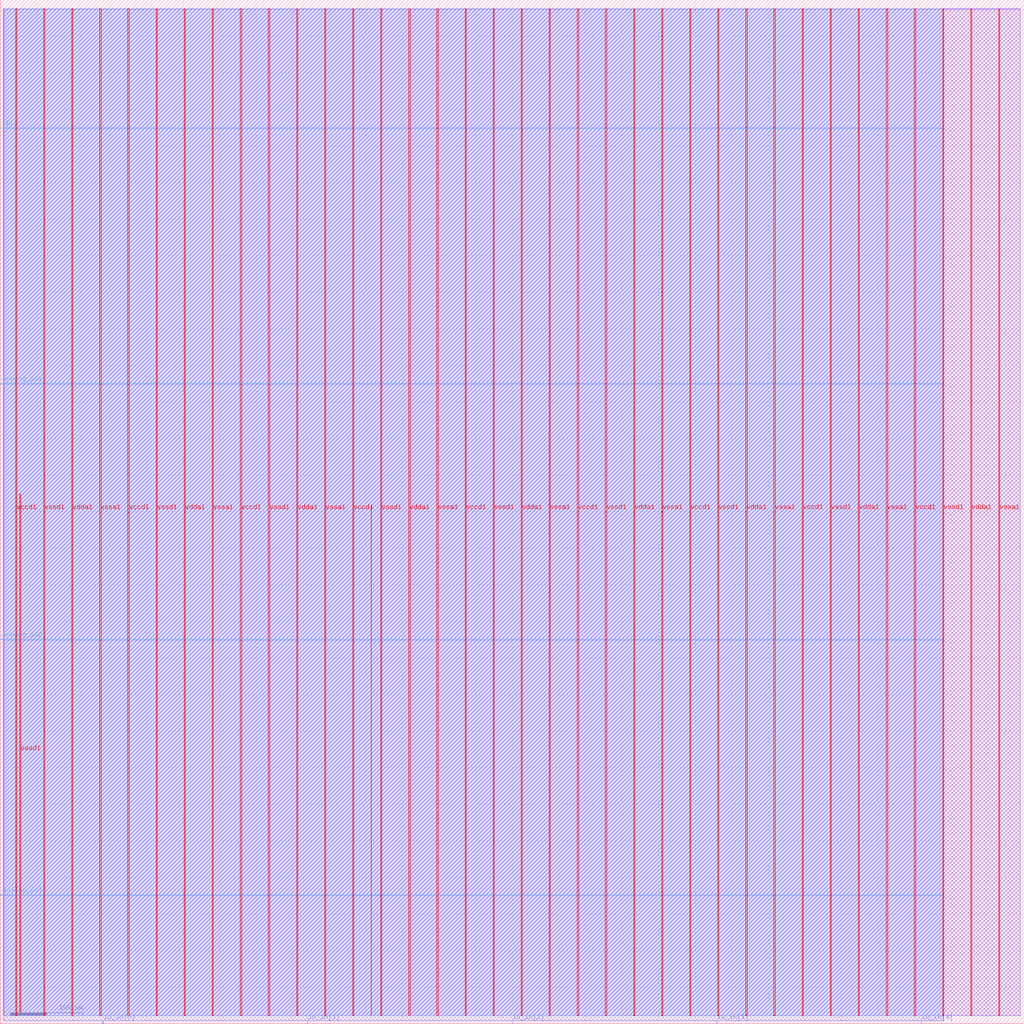
<source format=lef>
VERSION 5.7 ;
  NOWIREEXTENSIONATPIN ON ;
  DIVIDERCHAR "/" ;
  BUSBITCHARS "[]" ;
MACRO user_proj_example
  CLASS BLOCK ;
  FOREIGN user_proj_example ;
  ORIGIN 0.000 0.000 ;
  SIZE 1400.000 BY 1400.000 ;
  PIN SEL2
    DIRECTION INOUT ;
    USE SIGNAL ;
    ANTENNADIFFAREA 0.434700 ;
    PORT
      LAYER met3 ;
        RECT 0.000 1224.040 4.000 1224.640 ;
    END
  END SEL2
  PIN analog_io1
    DIRECTION INPUT ;
    USE SIGNAL ;
    ANTENNAGATEAREA 0.247500 ;
    PORT
      LAYER met3 ;
        RECT 0.000 874.520 4.000 875.120 ;
    END
  END analog_io1
  PIN analog_io2
    DIRECTION INOUT ;
    USE SIGNAL ;
    ANTENNADIFFAREA 0.434700 ;
    PORT
      LAYER met3 ;
        RECT 0.000 525.000 4.000 525.600 ;
    END
  END analog_io2
  PIN analog_io3
    DIRECTION INPUT ;
    USE SIGNAL ;
    ANTENNAGATEAREA 0.247500 ;
    PORT
      LAYER met3 ;
        RECT 0.000 175.480 4.000 176.080 ;
    END
  END analog_io3
  PIN io_in[0]
    DIRECTION INPUT ;
    USE SIGNAL ;
    ANTENNAGATEAREA 0.213000 ;
    PORT
      LAYER met2 ;
        RECT 140.390 0.000 140.670 4.000 ;
    END
  END io_in[0]
  PIN io_in[1]
    DIRECTION INPUT ;
    USE SIGNAL ;
    ANTENNAGATEAREA 0.247500 ;
    PORT
      LAYER met2 ;
        RECT 420.070 0.000 420.350 4.000 ;
    END
  END io_in[1]
  PIN io_in[2]
    DIRECTION INPUT ;
    USE SIGNAL ;
    ANTENNAGATEAREA 0.213000 ;
    PORT
      LAYER met2 ;
        RECT 699.750 0.000 700.030 4.000 ;
    END
  END io_in[2]
  PIN io_in[3]
    DIRECTION INPUT ;
    USE SIGNAL ;
    ANTENNAGATEAREA 0.213000 ;
    PORT
      LAYER met2 ;
        RECT 979.430 0.000 979.710 4.000 ;
    END
  END io_in[3]
  PIN io_in[4]
    DIRECTION INPUT ;
    USE SIGNAL ;
    ANTENNAGATEAREA 0.990000 ;
    PORT
      LAYER met2 ;
        RECT 1259.110 0.000 1259.390 4.000 ;
    END
  END io_in[4]
  PIN vccd1
    DIRECTION INOUT ;
    USE POWER ;
    PORT
      LAYER met4 ;
        RECT 21.040 10.640 22.640 1387.440 ;
    END
    PORT
      LAYER met4 ;
        RECT 174.640 10.640 176.240 1387.440 ;
    END
    PORT
      LAYER met4 ;
        RECT 328.240 10.640 329.840 1387.440 ;
    END
    PORT
      LAYER met4 ;
        RECT 481.840 10.640 483.440 1387.440 ;
    END
    PORT
      LAYER met4 ;
        RECT 635.440 10.640 637.040 1387.440 ;
    END
    PORT
      LAYER met4 ;
        RECT 789.040 10.640 790.640 1387.440 ;
    END
    PORT
      LAYER met4 ;
        RECT 942.640 10.640 944.240 1387.440 ;
    END
    PORT
      LAYER met4 ;
        RECT 1096.240 10.640 1097.840 1387.440 ;
    END
    PORT
      LAYER met4 ;
        RECT 1249.840 10.640 1251.440 1387.440 ;
    END
  END vccd1
  PIN vdda1
    DIRECTION INOUT ;
    USE POWER ;
    PORT
      LAYER met4 ;
        RECT 97.840 10.640 99.440 1387.440 ;
    END
    PORT
      LAYER met4 ;
        RECT 251.440 10.640 253.040 1387.440 ;
    END
    PORT
      LAYER met4 ;
        RECT 405.040 10.640 406.640 1387.440 ;
    END
    PORT
      LAYER met4 ;
        RECT 558.640 10.640 560.240 1387.440 ;
    END
    PORT
      LAYER met4 ;
        RECT 712.240 10.640 713.840 1387.440 ;
    END
    PORT
      LAYER met4 ;
        RECT 865.840 10.640 867.440 1387.440 ;
    END
    PORT
      LAYER met4 ;
        RECT 1019.440 10.640 1021.040 1387.440 ;
    END
    PORT
      LAYER met4 ;
        RECT 1173.040 10.640 1174.640 1387.440 ;
    END
    PORT
      LAYER met4 ;
        RECT 1326.640 10.640 1328.240 1387.440 ;
    END
  END vdda1
  PIN vssa1
    DIRECTION INOUT ;
    USE GROUND ;
    PORT
      LAYER met4 ;
        RECT 136.240 10.640 137.840 1387.440 ;
    END
    PORT
      LAYER met4 ;
        RECT 289.840 10.640 291.440 1387.440 ;
    END
    PORT
      LAYER met4 ;
        RECT 443.440 10.640 445.040 1387.440 ;
    END
    PORT
      LAYER met4 ;
        RECT 597.040 10.640 598.640 1387.440 ;
    END
    PORT
      LAYER met4 ;
        RECT 750.640 10.640 752.240 1387.440 ;
    END
    PORT
      LAYER met4 ;
        RECT 904.240 10.640 905.840 1387.440 ;
    END
    PORT
      LAYER met4 ;
        RECT 1057.840 10.640 1059.440 1387.440 ;
    END
    PORT
      LAYER met4 ;
        RECT 1211.440 10.640 1213.040 1387.440 ;
    END
    PORT
      LAYER met4 ;
        RECT 1365.040 10.640 1366.640 1387.440 ;
    END
  END vssa1
  PIN vssd1
    DIRECTION INOUT ;
    USE GROUND ;
    PORT
      LAYER met4 ;
        RECT 59.440 10.640 61.040 1387.440 ;
    END
    PORT
      LAYER met4 ;
        RECT 213.040 10.640 214.640 1387.440 ;
    END
    PORT
      LAYER met4 ;
        RECT 366.640 10.640 368.240 1387.440 ;
    END
    PORT
      LAYER met4 ;
        RECT 520.240 10.640 521.840 1387.440 ;
    END
    PORT
      LAYER met4 ;
        RECT 673.840 10.640 675.440 1387.440 ;
    END
    PORT
      LAYER met4 ;
        RECT 827.440 10.640 829.040 1387.440 ;
    END
    PORT
      LAYER met4 ;
        RECT 981.040 10.640 982.640 1387.440 ;
    END
    PORT
      LAYER met4 ;
        RECT 1134.640 10.640 1136.240 1387.440 ;
    END
    PORT
      LAYER met4 ;
        RECT 1288.240 10.640 1289.840 1387.440 ;
    END
    PORT
      LAYER met4 ;
        RECT 26.340 16.080 27.940 723.760 ;
    END
  END vssd1
  OBS
      LAYER li1 ;
        RECT 5.520 10.795 1394.260 1387.285 ;
      LAYER met1 ;
        RECT 4.670 10.640 1394.260 1387.440 ;
      LAYER met2 ;
        RECT 4.690 4.280 1289.810 1387.385 ;
        RECT 4.690 4.000 140.110 4.280 ;
        RECT 140.950 4.000 419.790 4.280 ;
        RECT 420.630 4.000 699.470 4.280 ;
        RECT 700.310 4.000 979.150 4.280 ;
        RECT 979.990 4.000 1258.830 4.280 ;
        RECT 1259.670 4.000 1289.810 4.280 ;
      LAYER met3 ;
        RECT 3.990 1225.040 1289.830 1387.365 ;
        RECT 4.400 1223.640 1289.830 1225.040 ;
        RECT 3.990 875.520 1289.830 1223.640 ;
        RECT 4.400 874.120 1289.830 875.520 ;
        RECT 3.990 526.000 1289.830 874.120 ;
        RECT 4.400 524.600 1289.830 526.000 ;
        RECT 3.990 176.480 1289.830 524.600 ;
        RECT 4.400 175.080 1289.830 176.480 ;
        RECT 3.990 10.715 1289.830 175.080 ;
      LAYER met4 ;
        RECT 507.215 11.735 507.545 707.705 ;
  END
END user_proj_example
END LIBRARY


</source>
